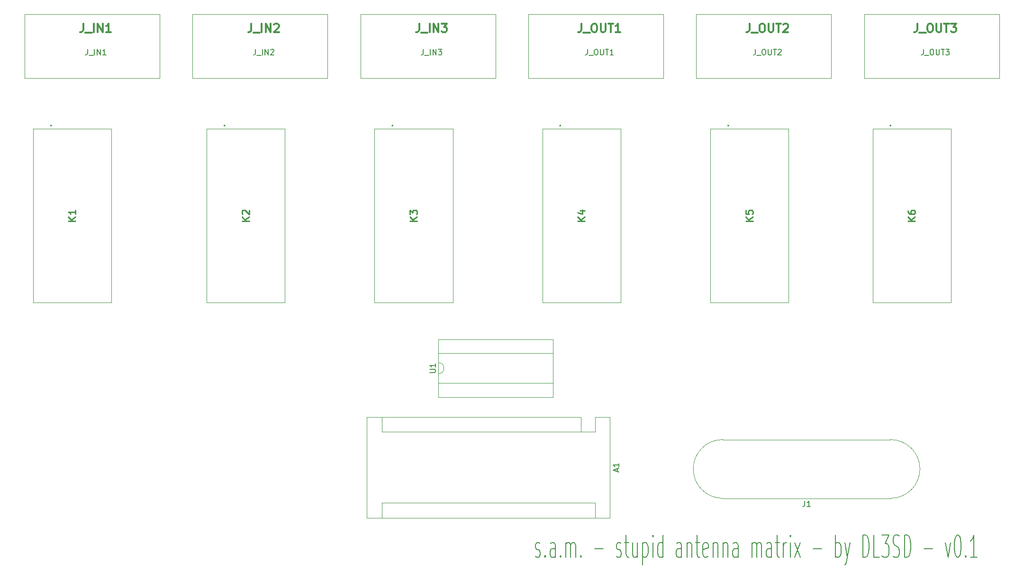
<source format=gbr>
G04 #@! TF.GenerationSoftware,KiCad,Pcbnew,5.1.8+dfsg1-1+b1*
G04 #@! TF.CreationDate,2020-12-23T10:12:17+01:00*
G04 #@! TF.ProjectId,first_try,66697273-745f-4747-9279-2e6b69636164,rev?*
G04 #@! TF.SameCoordinates,Original*
G04 #@! TF.FileFunction,Legend,Top*
G04 #@! TF.FilePolarity,Positive*
%FSLAX46Y46*%
G04 Gerber Fmt 4.6, Leading zero omitted, Abs format (unit mm)*
G04 Created by KiCad (PCBNEW 5.1.8+dfsg1-1+b1) date 2020-12-23 10:12:17*
%MOMM*%
%LPD*%
G01*
G04 APERTURE LIST*
%ADD10C,0.150000*%
%ADD11C,0.120000*%
%ADD12C,0.100000*%
%ADD13C,0.200000*%
%ADD14C,0.300000*%
%ADD15C,0.254000*%
G04 APERTURE END LIST*
D10*
X143571428Y-120619047D02*
X143761904Y-120809523D01*
X144142857Y-120809523D01*
X144333333Y-120619047D01*
X144428571Y-120238095D01*
X144428571Y-120047619D01*
X144333333Y-119666666D01*
X144142857Y-119476190D01*
X143857142Y-119476190D01*
X143666666Y-119285714D01*
X143571428Y-118904761D01*
X143571428Y-118714285D01*
X143666666Y-118333333D01*
X143857142Y-118142857D01*
X144142857Y-118142857D01*
X144333333Y-118333333D01*
X145285714Y-120428571D02*
X145380952Y-120619047D01*
X145285714Y-120809523D01*
X145190476Y-120619047D01*
X145285714Y-120428571D01*
X145285714Y-120809523D01*
X147095238Y-120809523D02*
X147095238Y-118714285D01*
X147000000Y-118333333D01*
X146809523Y-118142857D01*
X146428571Y-118142857D01*
X146238095Y-118333333D01*
X147095238Y-120619047D02*
X146904761Y-120809523D01*
X146428571Y-120809523D01*
X146238095Y-120619047D01*
X146142857Y-120238095D01*
X146142857Y-119857142D01*
X146238095Y-119476190D01*
X146428571Y-119285714D01*
X146904761Y-119285714D01*
X147095238Y-119095238D01*
X148047619Y-120428571D02*
X148142857Y-120619047D01*
X148047619Y-120809523D01*
X147952380Y-120619047D01*
X148047619Y-120428571D01*
X148047619Y-120809523D01*
X149000000Y-120809523D02*
X149000000Y-118142857D01*
X149000000Y-118523809D02*
X149095238Y-118333333D01*
X149285714Y-118142857D01*
X149571428Y-118142857D01*
X149761904Y-118333333D01*
X149857142Y-118714285D01*
X149857142Y-120809523D01*
X149857142Y-118714285D02*
X149952380Y-118333333D01*
X150142857Y-118142857D01*
X150428571Y-118142857D01*
X150619047Y-118333333D01*
X150714285Y-118714285D01*
X150714285Y-120809523D01*
X151666666Y-120428571D02*
X151761904Y-120619047D01*
X151666666Y-120809523D01*
X151571428Y-120619047D01*
X151666666Y-120428571D01*
X151666666Y-120809523D01*
X154142857Y-119285714D02*
X155666666Y-119285714D01*
X158047619Y-120619047D02*
X158238095Y-120809523D01*
X158619047Y-120809523D01*
X158809523Y-120619047D01*
X158904761Y-120238095D01*
X158904761Y-120047619D01*
X158809523Y-119666666D01*
X158619047Y-119476190D01*
X158333333Y-119476190D01*
X158142857Y-119285714D01*
X158047619Y-118904761D01*
X158047619Y-118714285D01*
X158142857Y-118333333D01*
X158333333Y-118142857D01*
X158619047Y-118142857D01*
X158809523Y-118333333D01*
X159476190Y-118142857D02*
X160238095Y-118142857D01*
X159761904Y-116809523D02*
X159761904Y-120238095D01*
X159857142Y-120619047D01*
X160047619Y-120809523D01*
X160238095Y-120809523D01*
X161761904Y-118142857D02*
X161761904Y-120809523D01*
X160904761Y-118142857D02*
X160904761Y-120238095D01*
X161000000Y-120619047D01*
X161190476Y-120809523D01*
X161476190Y-120809523D01*
X161666666Y-120619047D01*
X161761904Y-120428571D01*
X162714285Y-118142857D02*
X162714285Y-122142857D01*
X162714285Y-118333333D02*
X162904761Y-118142857D01*
X163285714Y-118142857D01*
X163476190Y-118333333D01*
X163571428Y-118523809D01*
X163666666Y-118904761D01*
X163666666Y-120047619D01*
X163571428Y-120428571D01*
X163476190Y-120619047D01*
X163285714Y-120809523D01*
X162904761Y-120809523D01*
X162714285Y-120619047D01*
X164523809Y-120809523D02*
X164523809Y-118142857D01*
X164523809Y-116809523D02*
X164428571Y-117000000D01*
X164523809Y-117190476D01*
X164619047Y-117000000D01*
X164523809Y-116809523D01*
X164523809Y-117190476D01*
X166333333Y-120809523D02*
X166333333Y-116809523D01*
X166333333Y-120619047D02*
X166142857Y-120809523D01*
X165761904Y-120809523D01*
X165571428Y-120619047D01*
X165476190Y-120428571D01*
X165380952Y-120047619D01*
X165380952Y-118904761D01*
X165476190Y-118523809D01*
X165571428Y-118333333D01*
X165761904Y-118142857D01*
X166142857Y-118142857D01*
X166333333Y-118333333D01*
X169666666Y-120809523D02*
X169666666Y-118714285D01*
X169571428Y-118333333D01*
X169380952Y-118142857D01*
X169000000Y-118142857D01*
X168809523Y-118333333D01*
X169666666Y-120619047D02*
X169476190Y-120809523D01*
X169000000Y-120809523D01*
X168809523Y-120619047D01*
X168714285Y-120238095D01*
X168714285Y-119857142D01*
X168809523Y-119476190D01*
X169000000Y-119285714D01*
X169476190Y-119285714D01*
X169666666Y-119095238D01*
X170619047Y-118142857D02*
X170619047Y-120809523D01*
X170619047Y-118523809D02*
X170714285Y-118333333D01*
X170904761Y-118142857D01*
X171190476Y-118142857D01*
X171380952Y-118333333D01*
X171476190Y-118714285D01*
X171476190Y-120809523D01*
X172142857Y-118142857D02*
X172904761Y-118142857D01*
X172428571Y-116809523D02*
X172428571Y-120238095D01*
X172523809Y-120619047D01*
X172714285Y-120809523D01*
X172904761Y-120809523D01*
X174333333Y-120619047D02*
X174142857Y-120809523D01*
X173761904Y-120809523D01*
X173571428Y-120619047D01*
X173476190Y-120238095D01*
X173476190Y-118714285D01*
X173571428Y-118333333D01*
X173761904Y-118142857D01*
X174142857Y-118142857D01*
X174333333Y-118333333D01*
X174428571Y-118714285D01*
X174428571Y-119095238D01*
X173476190Y-119476190D01*
X175285714Y-118142857D02*
X175285714Y-120809523D01*
X175285714Y-118523809D02*
X175380952Y-118333333D01*
X175571428Y-118142857D01*
X175857142Y-118142857D01*
X176047619Y-118333333D01*
X176142857Y-118714285D01*
X176142857Y-120809523D01*
X177095238Y-118142857D02*
X177095238Y-120809523D01*
X177095238Y-118523809D02*
X177190476Y-118333333D01*
X177380952Y-118142857D01*
X177666666Y-118142857D01*
X177857142Y-118333333D01*
X177952380Y-118714285D01*
X177952380Y-120809523D01*
X179761904Y-120809523D02*
X179761904Y-118714285D01*
X179666666Y-118333333D01*
X179476190Y-118142857D01*
X179095238Y-118142857D01*
X178904761Y-118333333D01*
X179761904Y-120619047D02*
X179571428Y-120809523D01*
X179095238Y-120809523D01*
X178904761Y-120619047D01*
X178809523Y-120238095D01*
X178809523Y-119857142D01*
X178904761Y-119476190D01*
X179095238Y-119285714D01*
X179571428Y-119285714D01*
X179761904Y-119095238D01*
X182238095Y-120809523D02*
X182238095Y-118142857D01*
X182238095Y-118523809D02*
X182333333Y-118333333D01*
X182523809Y-118142857D01*
X182809523Y-118142857D01*
X182999999Y-118333333D01*
X183095238Y-118714285D01*
X183095238Y-120809523D01*
X183095238Y-118714285D02*
X183190476Y-118333333D01*
X183380952Y-118142857D01*
X183666666Y-118142857D01*
X183857142Y-118333333D01*
X183952380Y-118714285D01*
X183952380Y-120809523D01*
X185761904Y-120809523D02*
X185761904Y-118714285D01*
X185666666Y-118333333D01*
X185476190Y-118142857D01*
X185095238Y-118142857D01*
X184904761Y-118333333D01*
X185761904Y-120619047D02*
X185571428Y-120809523D01*
X185095238Y-120809523D01*
X184904761Y-120619047D01*
X184809523Y-120238095D01*
X184809523Y-119857142D01*
X184904761Y-119476190D01*
X185095238Y-119285714D01*
X185571428Y-119285714D01*
X185761904Y-119095238D01*
X186428571Y-118142857D02*
X187190476Y-118142857D01*
X186714285Y-116809523D02*
X186714285Y-120238095D01*
X186809523Y-120619047D01*
X186999999Y-120809523D01*
X187190476Y-120809523D01*
X187857142Y-120809523D02*
X187857142Y-118142857D01*
X187857142Y-118904761D02*
X187952380Y-118523809D01*
X188047619Y-118333333D01*
X188238095Y-118142857D01*
X188428571Y-118142857D01*
X189095238Y-120809523D02*
X189095238Y-118142857D01*
X189095238Y-116809523D02*
X188999999Y-117000000D01*
X189095238Y-117190476D01*
X189190476Y-117000000D01*
X189095238Y-116809523D01*
X189095238Y-117190476D01*
X189857142Y-120809523D02*
X190904761Y-118142857D01*
X189857142Y-118142857D02*
X190904761Y-120809523D01*
X193190476Y-119285714D02*
X194714285Y-119285714D01*
X197190476Y-120809523D02*
X197190476Y-116809523D01*
X197190476Y-118333333D02*
X197380952Y-118142857D01*
X197761904Y-118142857D01*
X197952380Y-118333333D01*
X198047619Y-118523809D01*
X198142857Y-118904761D01*
X198142857Y-120047619D01*
X198047619Y-120428571D01*
X197952380Y-120619047D01*
X197761904Y-120809523D01*
X197380952Y-120809523D01*
X197190476Y-120619047D01*
X198809523Y-118142857D02*
X199285714Y-120809523D01*
X199761904Y-118142857D02*
X199285714Y-120809523D01*
X199095238Y-121761904D01*
X198999999Y-121952380D01*
X198809523Y-122142857D01*
X202047619Y-120809523D02*
X202047619Y-116809523D01*
X202523809Y-116809523D01*
X202809523Y-117000000D01*
X202999999Y-117380952D01*
X203095238Y-117761904D01*
X203190476Y-118523809D01*
X203190476Y-119095238D01*
X203095238Y-119857142D01*
X202999999Y-120238095D01*
X202809523Y-120619047D01*
X202523809Y-120809523D01*
X202047619Y-120809523D01*
X204999999Y-120809523D02*
X204047619Y-120809523D01*
X204047619Y-116809523D01*
X205476190Y-116809523D02*
X206714285Y-116809523D01*
X206047619Y-118333333D01*
X206333333Y-118333333D01*
X206523809Y-118523809D01*
X206619047Y-118714285D01*
X206714285Y-119095238D01*
X206714285Y-120047619D01*
X206619047Y-120428571D01*
X206523809Y-120619047D01*
X206333333Y-120809523D01*
X205761904Y-120809523D01*
X205571428Y-120619047D01*
X205476190Y-120428571D01*
X207476190Y-120619047D02*
X207761904Y-120809523D01*
X208238095Y-120809523D01*
X208428571Y-120619047D01*
X208523809Y-120428571D01*
X208619047Y-120047619D01*
X208619047Y-119666666D01*
X208523809Y-119285714D01*
X208428571Y-119095238D01*
X208238095Y-118904761D01*
X207857142Y-118714285D01*
X207666666Y-118523809D01*
X207571428Y-118333333D01*
X207476190Y-117952380D01*
X207476190Y-117571428D01*
X207571428Y-117190476D01*
X207666666Y-117000000D01*
X207857142Y-116809523D01*
X208333333Y-116809523D01*
X208619047Y-117000000D01*
X209476190Y-120809523D02*
X209476190Y-116809523D01*
X209952380Y-116809523D01*
X210238095Y-117000000D01*
X210428571Y-117380952D01*
X210523809Y-117761904D01*
X210619047Y-118523809D01*
X210619047Y-119095238D01*
X210523809Y-119857142D01*
X210428571Y-120238095D01*
X210238095Y-120619047D01*
X209952380Y-120809523D01*
X209476190Y-120809523D01*
X212999999Y-119285714D02*
X214523809Y-119285714D01*
X216809523Y-118142857D02*
X217285714Y-120809523D01*
X217761904Y-118142857D01*
X218904761Y-116809523D02*
X219095238Y-116809523D01*
X219285714Y-117000000D01*
X219380952Y-117190476D01*
X219476190Y-117571428D01*
X219571428Y-118333333D01*
X219571428Y-119285714D01*
X219476190Y-120047619D01*
X219380952Y-120428571D01*
X219285714Y-120619047D01*
X219095238Y-120809523D01*
X218904761Y-120809523D01*
X218714285Y-120619047D01*
X218619047Y-120428571D01*
X218523809Y-120047619D01*
X218428571Y-119285714D01*
X218428571Y-118333333D01*
X218523809Y-117571428D01*
X218619047Y-117190476D01*
X218714285Y-117000000D01*
X218904761Y-116809523D01*
X220428571Y-120428571D02*
X220523809Y-120619047D01*
X220428571Y-120809523D01*
X220333333Y-120619047D01*
X220428571Y-120428571D01*
X220428571Y-120809523D01*
X222428571Y-120809523D02*
X221285714Y-120809523D01*
X221857142Y-120809523D02*
X221857142Y-116809523D01*
X221666666Y-117380952D01*
X221476190Y-117761904D01*
X221285714Y-117952380D01*
D11*
G04 #@! TO.C,J_IN3*
X136430000Y-35080000D02*
X136430000Y-23650000D01*
X136430000Y-23650000D02*
X112300000Y-23650000D01*
X112300000Y-23650000D02*
X112300000Y-35080000D01*
X112300000Y-35080000D02*
X136430000Y-35080000D01*
G04 #@! TO.C,J_OUT1*
X166430000Y-35080000D02*
X166430000Y-23650000D01*
X166430000Y-23650000D02*
X142300000Y-23650000D01*
X142300000Y-23650000D02*
X142300000Y-35080000D01*
X142300000Y-35080000D02*
X166430000Y-35080000D01*
D12*
G04 #@! TO.C,K3*
X114810000Y-44200000D02*
X114810000Y-75200000D01*
X114810000Y-75200000D02*
X128810000Y-75200000D01*
X128810000Y-75200000D02*
X128810000Y-44200000D01*
X128810000Y-44200000D02*
X114810000Y-44200000D01*
D13*
X118000000Y-43700000D02*
X118000000Y-43700000D01*
X118000000Y-43500000D02*
X118000000Y-43500000D01*
X118000000Y-43500000D02*
G75*
G02*
X118000000Y-43700000I0J-100000D01*
G01*
X118000000Y-43700000D02*
G75*
G02*
X118000000Y-43500000I0J100000D01*
G01*
D11*
G04 #@! TO.C,J1*
X207000000Y-99750000D02*
X177000000Y-99750000D01*
X177000000Y-110250000D02*
X207000000Y-110250000D01*
X207000000Y-110250000D02*
G75*
G03*
X207000000Y-99750000I0J5250000D01*
G01*
X177000000Y-99750000D02*
G75*
G03*
X177000000Y-110250000I0J-5250000D01*
G01*
D12*
G04 #@! TO.C,K4*
X144810000Y-44200000D02*
X144810000Y-75200000D01*
X144810000Y-75200000D02*
X158810000Y-75200000D01*
X158810000Y-75200000D02*
X158810000Y-44200000D01*
X158810000Y-44200000D02*
X144810000Y-44200000D01*
D13*
X148000000Y-43700000D02*
X148000000Y-43700000D01*
X148000000Y-43500000D02*
X148000000Y-43500000D01*
X148000000Y-43500000D02*
G75*
G02*
X148000000Y-43700000I0J-100000D01*
G01*
X148000000Y-43700000D02*
G75*
G02*
X148000000Y-43500000I0J100000D01*
G01*
D12*
G04 #@! TO.C,K6*
X203810000Y-44200000D02*
X203810000Y-75200000D01*
X203810000Y-75200000D02*
X217810000Y-75200000D01*
X217810000Y-75200000D02*
X217810000Y-44200000D01*
X217810000Y-44200000D02*
X203810000Y-44200000D01*
D13*
X207000000Y-43700000D02*
X207000000Y-43700000D01*
X207000000Y-43500000D02*
X207000000Y-43500000D01*
X207000000Y-43500000D02*
G75*
G02*
X207000000Y-43700000I0J-100000D01*
G01*
X207000000Y-43700000D02*
G75*
G02*
X207000000Y-43500000I0J100000D01*
G01*
D11*
G04 #@! TO.C,J_IN2*
X106430000Y-35080000D02*
X106430000Y-23650000D01*
X106430000Y-23650000D02*
X82300000Y-23650000D01*
X82300000Y-23650000D02*
X82300000Y-35080000D01*
X82300000Y-35080000D02*
X106430000Y-35080000D01*
G04 #@! TO.C,U1*
X126220000Y-87990000D02*
X126220000Y-89640000D01*
X126220000Y-89640000D02*
X146660000Y-89640000D01*
X146660000Y-89640000D02*
X146660000Y-84340000D01*
X146660000Y-84340000D02*
X126220000Y-84340000D01*
X126220000Y-84340000D02*
X126220000Y-85990000D01*
X126160000Y-92130000D02*
X146720000Y-92130000D01*
X146720000Y-92130000D02*
X146720000Y-81850000D01*
X146720000Y-81850000D02*
X126160000Y-81850000D01*
X126160000Y-81850000D02*
X126160000Y-92130000D01*
X126220000Y-85990000D02*
G75*
G02*
X126220000Y-87990000I0J-1000000D01*
G01*
D12*
G04 #@! TO.C,K1*
X53810000Y-44200000D02*
X53810000Y-75200000D01*
X53810000Y-75200000D02*
X67810000Y-75200000D01*
X67810000Y-75200000D02*
X67810000Y-44200000D01*
X67810000Y-44200000D02*
X53810000Y-44200000D01*
D13*
X57000000Y-43700000D02*
X57000000Y-43700000D01*
X57000000Y-43500000D02*
X57000000Y-43500000D01*
X57000000Y-43500000D02*
G75*
G02*
X57000000Y-43700000I0J-100000D01*
G01*
X57000000Y-43700000D02*
G75*
G02*
X57000000Y-43500000I0J100000D01*
G01*
D11*
G04 #@! TO.C,J_OUT3*
X226430000Y-35080000D02*
X226430000Y-23650000D01*
X226430000Y-23650000D02*
X202300000Y-23650000D01*
X202300000Y-23650000D02*
X202300000Y-35080000D01*
X202300000Y-35080000D02*
X226430000Y-35080000D01*
G04 #@! TO.C,J_OUT2*
X196430000Y-35080000D02*
X196430000Y-23650000D01*
X196430000Y-23650000D02*
X172300000Y-23650000D01*
X172300000Y-23650000D02*
X172300000Y-35080000D01*
X172300000Y-35080000D02*
X196430000Y-35080000D01*
G04 #@! TO.C,J_IN1*
X76430000Y-35080000D02*
X76430000Y-23650000D01*
X76430000Y-23650000D02*
X52300000Y-23650000D01*
X52300000Y-23650000D02*
X52300000Y-35080000D01*
X52300000Y-35080000D02*
X76430000Y-35080000D01*
D12*
G04 #@! TO.C,K5*
X174810000Y-44200000D02*
X174810000Y-75200000D01*
X174810000Y-75200000D02*
X188810000Y-75200000D01*
X188810000Y-75200000D02*
X188810000Y-44200000D01*
X188810000Y-44200000D02*
X174810000Y-44200000D01*
D13*
X178000000Y-43700000D02*
X178000000Y-43700000D01*
X178000000Y-43500000D02*
X178000000Y-43500000D01*
X178000000Y-43500000D02*
G75*
G02*
X178000000Y-43700000I0J-100000D01*
G01*
X178000000Y-43700000D02*
G75*
G02*
X178000000Y-43500000I0J100000D01*
G01*
D11*
G04 #@! TO.C,A1*
X151680000Y-98390000D02*
X154220000Y-98390000D01*
X154220000Y-98390000D02*
X154220000Y-95720000D01*
X151680000Y-95720000D02*
X113450000Y-95720000D01*
X156890000Y-95720000D02*
X154220000Y-95720000D01*
X154220000Y-111090000D02*
X154220000Y-113760000D01*
X154220000Y-111090000D02*
X116120000Y-111090000D01*
X116120000Y-111090000D02*
X116120000Y-113760000D01*
X151680000Y-98390000D02*
X151680000Y-95720000D01*
X151680000Y-98390000D02*
X116120000Y-98390000D01*
X116120000Y-98390000D02*
X116120000Y-95720000D01*
X113450000Y-95720000D02*
X113450000Y-113760000D01*
X113450000Y-113760000D02*
X156890000Y-113760000D01*
X156890000Y-113760000D02*
X156890000Y-95720000D01*
D12*
G04 #@! TO.C,K2*
X84810000Y-44200000D02*
X84810000Y-75200000D01*
X84810000Y-75200000D02*
X98810000Y-75200000D01*
X98810000Y-75200000D02*
X98810000Y-44200000D01*
X98810000Y-44200000D02*
X84810000Y-44200000D01*
D13*
X88000000Y-43700000D02*
X88000000Y-43700000D01*
X88000000Y-43500000D02*
X88000000Y-43500000D01*
X88000000Y-43500000D02*
G75*
G02*
X88000000Y-43700000I0J-100000D01*
G01*
X88000000Y-43700000D02*
G75*
G02*
X88000000Y-43500000I0J100000D01*
G01*
G04 #@! TO.C,J_IN3*
D10*
X123523809Y-29952380D02*
X123523809Y-30666666D01*
X123476190Y-30809523D01*
X123380952Y-30904761D01*
X123238095Y-30952380D01*
X123142857Y-30952380D01*
X123761904Y-31047619D02*
X124523809Y-31047619D01*
X124761904Y-30952380D02*
X124761904Y-29952380D01*
X125238095Y-30952380D02*
X125238095Y-29952380D01*
X125809523Y-30952380D01*
X125809523Y-29952380D01*
X126190476Y-29952380D02*
X126809523Y-29952380D01*
X126476190Y-30333333D01*
X126619047Y-30333333D01*
X126714285Y-30380952D01*
X126761904Y-30428571D01*
X126809523Y-30523809D01*
X126809523Y-30761904D01*
X126761904Y-30857142D01*
X126714285Y-30904761D01*
X126619047Y-30952380D01*
X126333333Y-30952380D01*
X126238095Y-30904761D01*
X126190476Y-30857142D01*
D14*
X122785714Y-25368571D02*
X122785714Y-26440000D01*
X122714285Y-26654285D01*
X122571428Y-26797142D01*
X122357142Y-26868571D01*
X122214285Y-26868571D01*
X123142857Y-27011428D02*
X124285714Y-27011428D01*
X124642857Y-26868571D02*
X124642857Y-25368571D01*
X125357142Y-26868571D02*
X125357142Y-25368571D01*
X126214285Y-26868571D01*
X126214285Y-25368571D01*
X126785714Y-25368571D02*
X127714285Y-25368571D01*
X127214285Y-25940000D01*
X127428571Y-25940000D01*
X127571428Y-26011428D01*
X127642857Y-26082857D01*
X127714285Y-26225714D01*
X127714285Y-26582857D01*
X127642857Y-26725714D01*
X127571428Y-26797142D01*
X127428571Y-26868571D01*
X127000000Y-26868571D01*
X126857142Y-26797142D01*
X126785714Y-26725714D01*
G04 #@! TO.C,J_OUT1*
D10*
X152857142Y-29952380D02*
X152857142Y-30666666D01*
X152809523Y-30809523D01*
X152714285Y-30904761D01*
X152571428Y-30952380D01*
X152476190Y-30952380D01*
X153095238Y-31047619D02*
X153857142Y-31047619D01*
X154285714Y-29952380D02*
X154476190Y-29952380D01*
X154571428Y-30000000D01*
X154666666Y-30095238D01*
X154714285Y-30285714D01*
X154714285Y-30619047D01*
X154666666Y-30809523D01*
X154571428Y-30904761D01*
X154476190Y-30952380D01*
X154285714Y-30952380D01*
X154190476Y-30904761D01*
X154095238Y-30809523D01*
X154047619Y-30619047D01*
X154047619Y-30285714D01*
X154095238Y-30095238D01*
X154190476Y-30000000D01*
X154285714Y-29952380D01*
X155142857Y-29952380D02*
X155142857Y-30761904D01*
X155190476Y-30857142D01*
X155238095Y-30904761D01*
X155333333Y-30952380D01*
X155523809Y-30952380D01*
X155619047Y-30904761D01*
X155666666Y-30857142D01*
X155714285Y-30761904D01*
X155714285Y-29952380D01*
X156047619Y-29952380D02*
X156619047Y-29952380D01*
X156333333Y-30952380D02*
X156333333Y-29952380D01*
X157476190Y-30952380D02*
X156904761Y-30952380D01*
X157190476Y-30952380D02*
X157190476Y-29952380D01*
X157095238Y-30095238D01*
X157000000Y-30190476D01*
X156904761Y-30238095D01*
D14*
X151785714Y-25368571D02*
X151785714Y-26440000D01*
X151714285Y-26654285D01*
X151571428Y-26797142D01*
X151357142Y-26868571D01*
X151214285Y-26868571D01*
X152142857Y-27011428D02*
X153285714Y-27011428D01*
X153928571Y-25368571D02*
X154214285Y-25368571D01*
X154357142Y-25440000D01*
X154500000Y-25582857D01*
X154571428Y-25868571D01*
X154571428Y-26368571D01*
X154500000Y-26654285D01*
X154357142Y-26797142D01*
X154214285Y-26868571D01*
X153928571Y-26868571D01*
X153785714Y-26797142D01*
X153642857Y-26654285D01*
X153571428Y-26368571D01*
X153571428Y-25868571D01*
X153642857Y-25582857D01*
X153785714Y-25440000D01*
X153928571Y-25368571D01*
X155214285Y-25368571D02*
X155214285Y-26582857D01*
X155285714Y-26725714D01*
X155357142Y-26797142D01*
X155500000Y-26868571D01*
X155785714Y-26868571D01*
X155928571Y-26797142D01*
X156000000Y-26725714D01*
X156071428Y-26582857D01*
X156071428Y-25368571D01*
X156571428Y-25368571D02*
X157428571Y-25368571D01*
X157000000Y-26868571D02*
X157000000Y-25368571D01*
X158714285Y-26868571D02*
X157857142Y-26868571D01*
X158285714Y-26868571D02*
X158285714Y-25368571D01*
X158142857Y-25582857D01*
X158000000Y-25725714D01*
X157857142Y-25797142D01*
G04 #@! TO.C,K3*
D15*
X122384523Y-60637380D02*
X121114523Y-60637380D01*
X122384523Y-59911666D02*
X121658809Y-60455952D01*
X121114523Y-59911666D02*
X121840238Y-60637380D01*
X121114523Y-59488333D02*
X121114523Y-58702142D01*
X121598333Y-59125476D01*
X121598333Y-58944047D01*
X121658809Y-58823095D01*
X121719285Y-58762619D01*
X121840238Y-58702142D01*
X122142619Y-58702142D01*
X122263571Y-58762619D01*
X122324047Y-58823095D01*
X122384523Y-58944047D01*
X122384523Y-59306904D01*
X122324047Y-59427857D01*
X122263571Y-59488333D01*
G04 #@! TO.C,J1*
D10*
X191681666Y-110692380D02*
X191681666Y-111406666D01*
X191634047Y-111549523D01*
X191538809Y-111644761D01*
X191395952Y-111692380D01*
X191300714Y-111692380D01*
X192681666Y-111692380D02*
X192110238Y-111692380D01*
X192395952Y-111692380D02*
X192395952Y-110692380D01*
X192300714Y-110835238D01*
X192205476Y-110930476D01*
X192110238Y-110978095D01*
G04 #@! TO.C,K4*
D15*
X152384523Y-60637380D02*
X151114523Y-60637380D01*
X152384523Y-59911666D02*
X151658809Y-60455952D01*
X151114523Y-59911666D02*
X151840238Y-60637380D01*
X151537857Y-58823095D02*
X152384523Y-58823095D01*
X151054047Y-59125476D02*
X151961190Y-59427857D01*
X151961190Y-58641666D01*
G04 #@! TO.C,K6*
X211384523Y-60637380D02*
X210114523Y-60637380D01*
X211384523Y-59911666D02*
X210658809Y-60455952D01*
X210114523Y-59911666D02*
X210840238Y-60637380D01*
X210114523Y-58823095D02*
X210114523Y-59065000D01*
X210175000Y-59185952D01*
X210235476Y-59246428D01*
X210416904Y-59367380D01*
X210658809Y-59427857D01*
X211142619Y-59427857D01*
X211263571Y-59367380D01*
X211324047Y-59306904D01*
X211384523Y-59185952D01*
X211384523Y-58944047D01*
X211324047Y-58823095D01*
X211263571Y-58762619D01*
X211142619Y-58702142D01*
X210840238Y-58702142D01*
X210719285Y-58762619D01*
X210658809Y-58823095D01*
X210598333Y-58944047D01*
X210598333Y-59185952D01*
X210658809Y-59306904D01*
X210719285Y-59367380D01*
X210840238Y-59427857D01*
G04 #@! TO.C,J_IN2*
D10*
X93523809Y-29952380D02*
X93523809Y-30666666D01*
X93476190Y-30809523D01*
X93380952Y-30904761D01*
X93238095Y-30952380D01*
X93142857Y-30952380D01*
X93761904Y-31047619D02*
X94523809Y-31047619D01*
X94761904Y-30952380D02*
X94761904Y-29952380D01*
X95238095Y-30952380D02*
X95238095Y-29952380D01*
X95809523Y-30952380D01*
X95809523Y-29952380D01*
X96238095Y-30047619D02*
X96285714Y-30000000D01*
X96380952Y-29952380D01*
X96619047Y-29952380D01*
X96714285Y-30000000D01*
X96761904Y-30047619D01*
X96809523Y-30142857D01*
X96809523Y-30238095D01*
X96761904Y-30380952D01*
X96190476Y-30952380D01*
X96809523Y-30952380D01*
D14*
X92785714Y-25368571D02*
X92785714Y-26440000D01*
X92714285Y-26654285D01*
X92571428Y-26797142D01*
X92357142Y-26868571D01*
X92214285Y-26868571D01*
X93142857Y-27011428D02*
X94285714Y-27011428D01*
X94642857Y-26868571D02*
X94642857Y-25368571D01*
X95357142Y-26868571D02*
X95357142Y-25368571D01*
X96214285Y-26868571D01*
X96214285Y-25368571D01*
X96857142Y-25511428D02*
X96928571Y-25440000D01*
X97071428Y-25368571D01*
X97428571Y-25368571D01*
X97571428Y-25440000D01*
X97642857Y-25511428D01*
X97714285Y-25654285D01*
X97714285Y-25797142D01*
X97642857Y-26011428D01*
X96785714Y-26868571D01*
X97714285Y-26868571D01*
G04 #@! TO.C,U1*
D10*
X124672380Y-87751904D02*
X125481904Y-87751904D01*
X125577142Y-87704285D01*
X125624761Y-87656666D01*
X125672380Y-87561428D01*
X125672380Y-87370952D01*
X125624761Y-87275714D01*
X125577142Y-87228095D01*
X125481904Y-87180476D01*
X124672380Y-87180476D01*
X125672380Y-86180476D02*
X125672380Y-86751904D01*
X125672380Y-86466190D02*
X124672380Y-86466190D01*
X124815238Y-86561428D01*
X124910476Y-86656666D01*
X124958095Y-86751904D01*
G04 #@! TO.C,K1*
D15*
X61384523Y-60637380D02*
X60114523Y-60637380D01*
X61384523Y-59911666D02*
X60658809Y-60455952D01*
X60114523Y-59911666D02*
X60840238Y-60637380D01*
X61384523Y-58702142D02*
X61384523Y-59427857D01*
X61384523Y-59065000D02*
X60114523Y-59065000D01*
X60295952Y-59185952D01*
X60416904Y-59306904D01*
X60477380Y-59427857D01*
G04 #@! TO.C,J_OUT3*
D10*
X212857142Y-29952380D02*
X212857142Y-30666666D01*
X212809523Y-30809523D01*
X212714285Y-30904761D01*
X212571428Y-30952380D01*
X212476190Y-30952380D01*
X213095238Y-31047619D02*
X213857142Y-31047619D01*
X214285714Y-29952380D02*
X214476190Y-29952380D01*
X214571428Y-30000000D01*
X214666666Y-30095238D01*
X214714285Y-30285714D01*
X214714285Y-30619047D01*
X214666666Y-30809523D01*
X214571428Y-30904761D01*
X214476190Y-30952380D01*
X214285714Y-30952380D01*
X214190476Y-30904761D01*
X214095238Y-30809523D01*
X214047619Y-30619047D01*
X214047619Y-30285714D01*
X214095238Y-30095238D01*
X214190476Y-30000000D01*
X214285714Y-29952380D01*
X215142857Y-29952380D02*
X215142857Y-30761904D01*
X215190476Y-30857142D01*
X215238095Y-30904761D01*
X215333333Y-30952380D01*
X215523809Y-30952380D01*
X215619047Y-30904761D01*
X215666666Y-30857142D01*
X215714285Y-30761904D01*
X215714285Y-29952380D01*
X216047619Y-29952380D02*
X216619047Y-29952380D01*
X216333333Y-30952380D02*
X216333333Y-29952380D01*
X216857142Y-29952380D02*
X217476190Y-29952380D01*
X217142857Y-30333333D01*
X217285714Y-30333333D01*
X217380952Y-30380952D01*
X217428571Y-30428571D01*
X217476190Y-30523809D01*
X217476190Y-30761904D01*
X217428571Y-30857142D01*
X217380952Y-30904761D01*
X217285714Y-30952380D01*
X217000000Y-30952380D01*
X216904761Y-30904761D01*
X216857142Y-30857142D01*
D14*
X211785714Y-25368571D02*
X211785714Y-26440000D01*
X211714285Y-26654285D01*
X211571428Y-26797142D01*
X211357142Y-26868571D01*
X211214285Y-26868571D01*
X212142857Y-27011428D02*
X213285714Y-27011428D01*
X213928571Y-25368571D02*
X214214285Y-25368571D01*
X214357142Y-25440000D01*
X214500000Y-25582857D01*
X214571428Y-25868571D01*
X214571428Y-26368571D01*
X214500000Y-26654285D01*
X214357142Y-26797142D01*
X214214285Y-26868571D01*
X213928571Y-26868571D01*
X213785714Y-26797142D01*
X213642857Y-26654285D01*
X213571428Y-26368571D01*
X213571428Y-25868571D01*
X213642857Y-25582857D01*
X213785714Y-25440000D01*
X213928571Y-25368571D01*
X215214285Y-25368571D02*
X215214285Y-26582857D01*
X215285714Y-26725714D01*
X215357142Y-26797142D01*
X215500000Y-26868571D01*
X215785714Y-26868571D01*
X215928571Y-26797142D01*
X216000000Y-26725714D01*
X216071428Y-26582857D01*
X216071428Y-25368571D01*
X216571428Y-25368571D02*
X217428571Y-25368571D01*
X217000000Y-26868571D02*
X217000000Y-25368571D01*
X217785714Y-25368571D02*
X218714285Y-25368571D01*
X218214285Y-25940000D01*
X218428571Y-25940000D01*
X218571428Y-26011428D01*
X218642857Y-26082857D01*
X218714285Y-26225714D01*
X218714285Y-26582857D01*
X218642857Y-26725714D01*
X218571428Y-26797142D01*
X218428571Y-26868571D01*
X218000000Y-26868571D01*
X217857142Y-26797142D01*
X217785714Y-26725714D01*
G04 #@! TO.C,J_OUT2*
D10*
X182857142Y-29952380D02*
X182857142Y-30666666D01*
X182809523Y-30809523D01*
X182714285Y-30904761D01*
X182571428Y-30952380D01*
X182476190Y-30952380D01*
X183095238Y-31047619D02*
X183857142Y-31047619D01*
X184285714Y-29952380D02*
X184476190Y-29952380D01*
X184571428Y-30000000D01*
X184666666Y-30095238D01*
X184714285Y-30285714D01*
X184714285Y-30619047D01*
X184666666Y-30809523D01*
X184571428Y-30904761D01*
X184476190Y-30952380D01*
X184285714Y-30952380D01*
X184190476Y-30904761D01*
X184095238Y-30809523D01*
X184047619Y-30619047D01*
X184047619Y-30285714D01*
X184095238Y-30095238D01*
X184190476Y-30000000D01*
X184285714Y-29952380D01*
X185142857Y-29952380D02*
X185142857Y-30761904D01*
X185190476Y-30857142D01*
X185238095Y-30904761D01*
X185333333Y-30952380D01*
X185523809Y-30952380D01*
X185619047Y-30904761D01*
X185666666Y-30857142D01*
X185714285Y-30761904D01*
X185714285Y-29952380D01*
X186047619Y-29952380D02*
X186619047Y-29952380D01*
X186333333Y-30952380D02*
X186333333Y-29952380D01*
X186904761Y-30047619D02*
X186952380Y-30000000D01*
X187047619Y-29952380D01*
X187285714Y-29952380D01*
X187380952Y-30000000D01*
X187428571Y-30047619D01*
X187476190Y-30142857D01*
X187476190Y-30238095D01*
X187428571Y-30380952D01*
X186857142Y-30952380D01*
X187476190Y-30952380D01*
D14*
X181785714Y-25368571D02*
X181785714Y-26440000D01*
X181714285Y-26654285D01*
X181571428Y-26797142D01*
X181357142Y-26868571D01*
X181214285Y-26868571D01*
X182142857Y-27011428D02*
X183285714Y-27011428D01*
X183928571Y-25368571D02*
X184214285Y-25368571D01*
X184357142Y-25440000D01*
X184500000Y-25582857D01*
X184571428Y-25868571D01*
X184571428Y-26368571D01*
X184500000Y-26654285D01*
X184357142Y-26797142D01*
X184214285Y-26868571D01*
X183928571Y-26868571D01*
X183785714Y-26797142D01*
X183642857Y-26654285D01*
X183571428Y-26368571D01*
X183571428Y-25868571D01*
X183642857Y-25582857D01*
X183785714Y-25440000D01*
X183928571Y-25368571D01*
X185214285Y-25368571D02*
X185214285Y-26582857D01*
X185285714Y-26725714D01*
X185357142Y-26797142D01*
X185500000Y-26868571D01*
X185785714Y-26868571D01*
X185928571Y-26797142D01*
X186000000Y-26725714D01*
X186071428Y-26582857D01*
X186071428Y-25368571D01*
X186571428Y-25368571D02*
X187428571Y-25368571D01*
X187000000Y-26868571D02*
X187000000Y-25368571D01*
X187857142Y-25511428D02*
X187928571Y-25440000D01*
X188071428Y-25368571D01*
X188428571Y-25368571D01*
X188571428Y-25440000D01*
X188642857Y-25511428D01*
X188714285Y-25654285D01*
X188714285Y-25797142D01*
X188642857Y-26011428D01*
X187785714Y-26868571D01*
X188714285Y-26868571D01*
G04 #@! TO.C,J_IN1*
D10*
X63523809Y-29952380D02*
X63523809Y-30666666D01*
X63476190Y-30809523D01*
X63380952Y-30904761D01*
X63238095Y-30952380D01*
X63142857Y-30952380D01*
X63761904Y-31047619D02*
X64523809Y-31047619D01*
X64761904Y-30952380D02*
X64761904Y-29952380D01*
X65238095Y-30952380D02*
X65238095Y-29952380D01*
X65809523Y-30952380D01*
X65809523Y-29952380D01*
X66809523Y-30952380D02*
X66238095Y-30952380D01*
X66523809Y-30952380D02*
X66523809Y-29952380D01*
X66428571Y-30095238D01*
X66333333Y-30190476D01*
X66238095Y-30238095D01*
D14*
X62785714Y-25368571D02*
X62785714Y-26440000D01*
X62714285Y-26654285D01*
X62571428Y-26797142D01*
X62357142Y-26868571D01*
X62214285Y-26868571D01*
X63142857Y-27011428D02*
X64285714Y-27011428D01*
X64642857Y-26868571D02*
X64642857Y-25368571D01*
X65357142Y-26868571D02*
X65357142Y-25368571D01*
X66214285Y-26868571D01*
X66214285Y-25368571D01*
X67714285Y-26868571D02*
X66857142Y-26868571D01*
X67285714Y-26868571D02*
X67285714Y-25368571D01*
X67142857Y-25582857D01*
X67000000Y-25725714D01*
X66857142Y-25797142D01*
G04 #@! TO.C,K5*
D15*
X182384523Y-60637380D02*
X181114523Y-60637380D01*
X182384523Y-59911666D02*
X181658809Y-60455952D01*
X181114523Y-59911666D02*
X181840238Y-60637380D01*
X181114523Y-58762619D02*
X181114523Y-59367380D01*
X181719285Y-59427857D01*
X181658809Y-59367380D01*
X181598333Y-59246428D01*
X181598333Y-58944047D01*
X181658809Y-58823095D01*
X181719285Y-58762619D01*
X181840238Y-58702142D01*
X182142619Y-58702142D01*
X182263571Y-58762619D01*
X182324047Y-58823095D01*
X182384523Y-58944047D01*
X182384523Y-59246428D01*
X182324047Y-59367380D01*
X182263571Y-59427857D01*
G04 #@! TO.C,A1*
D10*
X158196666Y-105454285D02*
X158196666Y-104978095D01*
X158482380Y-105549523D02*
X157482380Y-105216190D01*
X158482380Y-104882857D01*
X158482380Y-104025714D02*
X158482380Y-104597142D01*
X158482380Y-104311428D02*
X157482380Y-104311428D01*
X157625238Y-104406666D01*
X157720476Y-104501904D01*
X157768095Y-104597142D01*
G04 #@! TO.C,K2*
D15*
X92384523Y-60637380D02*
X91114523Y-60637380D01*
X92384523Y-59911666D02*
X91658809Y-60455952D01*
X91114523Y-59911666D02*
X91840238Y-60637380D01*
X91235476Y-59427857D02*
X91175000Y-59367380D01*
X91114523Y-59246428D01*
X91114523Y-58944047D01*
X91175000Y-58823095D01*
X91235476Y-58762619D01*
X91356428Y-58702142D01*
X91477380Y-58702142D01*
X91658809Y-58762619D01*
X92384523Y-59488333D01*
X92384523Y-58702142D01*
G04 #@! TD*
M02*

</source>
